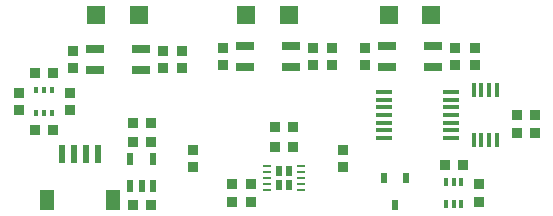
<source format=gbr>
%TF.GenerationSoftware,KiCad,Pcbnew,7.0.8*%
%TF.CreationDate,2024-01-07T14:56:10-05:00*%
%TF.ProjectId,lineFollowerArray,6c696e65-466f-46c6-9c6f-776572417272,01*%
%TF.SameCoordinates,Original*%
%TF.FileFunction,Paste,Bot*%
%TF.FilePolarity,Positive*%
%FSLAX46Y46*%
G04 Gerber Fmt 4.6, Leading zero omitted, Abs format (unit mm)*
G04 Created by KiCad (PCBNEW 7.0.8) date 2024-01-07 14:56:10*
%MOMM*%
%LPD*%
G01*
G04 APERTURE LIST*
%ADD10R,0.970000X0.871000*%
%ADD11R,1.500000X1.600000*%
%ADD12R,0.606000X0.972000*%
%ADD13R,0.700000X0.270000*%
%ADD14R,0.377000X0.681000*%
%ADD15R,0.929000X0.820000*%
%ADD16R,0.871000X0.970000*%
%ADD17R,0.621000X0.826000*%
%ADD18R,1.625000X0.749000*%
%ADD19R,1.200000X1.800000*%
%ADD20R,0.600000X1.550000*%
%ADD21R,0.820000X0.929000*%
%ADD22R,0.369000X0.590000*%
%ADD23R,0.461000X1.271000*%
%ADD24R,1.372000X0.387000*%
%ADD25R,0.609000X1.139000*%
G04 APERTURE END LIST*
D10*
%TO.C,C5*%
X146050000Y-112407000D03*
X146050000Y-113907000D03*
%TD*%
%TO.C,C1*%
X133350000Y-113907000D03*
X133350000Y-112407000D03*
%TD*%
D11*
%TO.C,D3*%
X125200000Y-100965000D03*
X128800000Y-100965000D03*
%TD*%
D12*
%TO.C,U1*%
X141509000Y-114213000D03*
X140684000Y-114213000D03*
X141510000Y-115403000D03*
X140685000Y-115403000D03*
D13*
X142512000Y-113808000D03*
X142512000Y-114308000D03*
X142512000Y-114808000D03*
X142512000Y-115308000D03*
X142512000Y-115808000D03*
X139682000Y-115808000D03*
X139682000Y-115308000D03*
X139682000Y-114808000D03*
X139682000Y-114308000D03*
X139682000Y-113808000D03*
%TD*%
D14*
%TO.C,U2*%
X154798000Y-115113000D03*
X155448000Y-115113000D03*
X156098000Y-115113000D03*
X156098000Y-117043000D03*
X155448000Y-117043000D03*
X154798000Y-117043000D03*
%TD*%
D15*
%TO.C,R17*%
X145161000Y-105276000D03*
X145161000Y-103766000D03*
%TD*%
%TO.C,R18*%
X157226000Y-105276000D03*
X157226000Y-103766000D03*
%TD*%
D16*
%TO.C,C2*%
X141847000Y-112141000D03*
X140347000Y-112141000D03*
%TD*%
D15*
%TO.C,R16*%
X132461000Y-105530000D03*
X132461000Y-104020000D03*
%TD*%
%TO.C,R1*%
X138303000Y-115323000D03*
X138303000Y-116833000D03*
%TD*%
%TO.C,R5*%
X122936000Y-109086000D03*
X122936000Y-107576000D03*
%TD*%
D16*
%TO.C,C4*%
X154698000Y-113665000D03*
X156198000Y-113665000D03*
%TD*%
D11*
%TO.C,D5*%
X149965000Y-100965000D03*
X153565000Y-100965000D03*
%TD*%
D15*
%TO.C,R8*%
X162306000Y-109481000D03*
X162306000Y-110991000D03*
%TD*%
%TO.C,R2*%
X136652000Y-116833000D03*
X136652000Y-115323000D03*
%TD*%
%TO.C,R4*%
X118618000Y-107576000D03*
X118618000Y-109086000D03*
%TD*%
%TO.C,R13*%
X143510000Y-103766000D03*
X143510000Y-105276000D03*
%TD*%
%TO.C,R10*%
X123190000Y-105530000D03*
X123190000Y-104020000D03*
%TD*%
%TO.C,R9*%
X160782000Y-109474000D03*
X160782000Y-110984000D03*
%TD*%
%TO.C,R15*%
X155575000Y-103766000D03*
X155575000Y-105276000D03*
%TD*%
D17*
%TO.C,Q2*%
X149545000Y-114838000D03*
X151445000Y-114838000D03*
X150495000Y-117064000D03*
%TD*%
D18*
%TO.C,U7*%
X149820000Y-103621000D03*
X153710000Y-103621000D03*
X153710000Y-105421000D03*
X149820000Y-105421000D03*
%TD*%
D15*
%TO.C,R11*%
X130810000Y-104020000D03*
X130810000Y-105530000D03*
%TD*%
D19*
%TO.C,J1*%
X126625000Y-116683000D03*
D20*
X125325000Y-112808000D03*
D19*
X121025000Y-116683000D03*
D20*
X124325000Y-112808000D03*
X123325000Y-112808000D03*
X122325000Y-112808000D03*
%TD*%
D16*
%TO.C,C8*%
X129782000Y-111760000D03*
X128282000Y-111760000D03*
%TD*%
D21*
%TO.C,R7*%
X120022000Y-110744000D03*
X121532000Y-110744000D03*
%TD*%
D16*
%TO.C,C7*%
X129782000Y-110109000D03*
X128282000Y-110109000D03*
%TD*%
D22*
%TO.C,Q1*%
X121427000Y-109301000D03*
X120777000Y-109301000D03*
X120127000Y-109301000D03*
X120127000Y-107361000D03*
X120777000Y-107361000D03*
X121427000Y-107361000D03*
%TD*%
D16*
%TO.C,C6*%
X129782000Y-117094000D03*
X128282000Y-117094000D03*
%TD*%
D21*
%TO.C,R6*%
X121532000Y-105918000D03*
X120022000Y-105918000D03*
%TD*%
D18*
%TO.C,U5*%
X125055000Y-103875000D03*
X128945000Y-103875000D03*
X128945000Y-105675000D03*
X125055000Y-105675000D03*
%TD*%
D23*
%TO.C,U4*%
X157140000Y-107374000D03*
X157790000Y-107374000D03*
X158440000Y-107374000D03*
X159090000Y-107374000D03*
X159090000Y-111574000D03*
X158440000Y-111574000D03*
X157790000Y-111574000D03*
X157140000Y-111574000D03*
%TD*%
D11*
%TO.C,D4*%
X137900000Y-100965000D03*
X141500000Y-100965000D03*
%TD*%
D18*
%TO.C,U6*%
X137755000Y-103621000D03*
X141645000Y-103621000D03*
X141645000Y-105421000D03*
X137755000Y-105421000D03*
%TD*%
D24*
%TO.C,U8*%
X149578000Y-111424000D03*
X149578000Y-110774000D03*
X149578000Y-110124000D03*
X149578000Y-109474000D03*
X149578000Y-108824000D03*
X149578000Y-108174000D03*
X149578000Y-107524000D03*
X155222000Y-107524000D03*
X155222000Y-108174000D03*
X155222000Y-108824000D03*
X155222000Y-109474000D03*
X155222000Y-110124000D03*
X155222000Y-110774000D03*
X155222000Y-111424000D03*
%TD*%
D15*
%TO.C,R12*%
X135890000Y-105276000D03*
X135890000Y-103766000D03*
%TD*%
D25*
%TO.C,U3*%
X129982000Y-115439000D03*
X129032000Y-115439000D03*
X128082000Y-115439000D03*
X128082000Y-113161000D03*
X129982000Y-113161000D03*
%TD*%
D15*
%TO.C,R14*%
X147955000Y-105276000D03*
X147955000Y-103766000D03*
%TD*%
D16*
%TO.C,C3*%
X141847000Y-110490000D03*
X140347000Y-110490000D03*
%TD*%
D15*
%TO.C,R3*%
X157607000Y-115323000D03*
X157607000Y-116833000D03*
%TD*%
M02*

</source>
